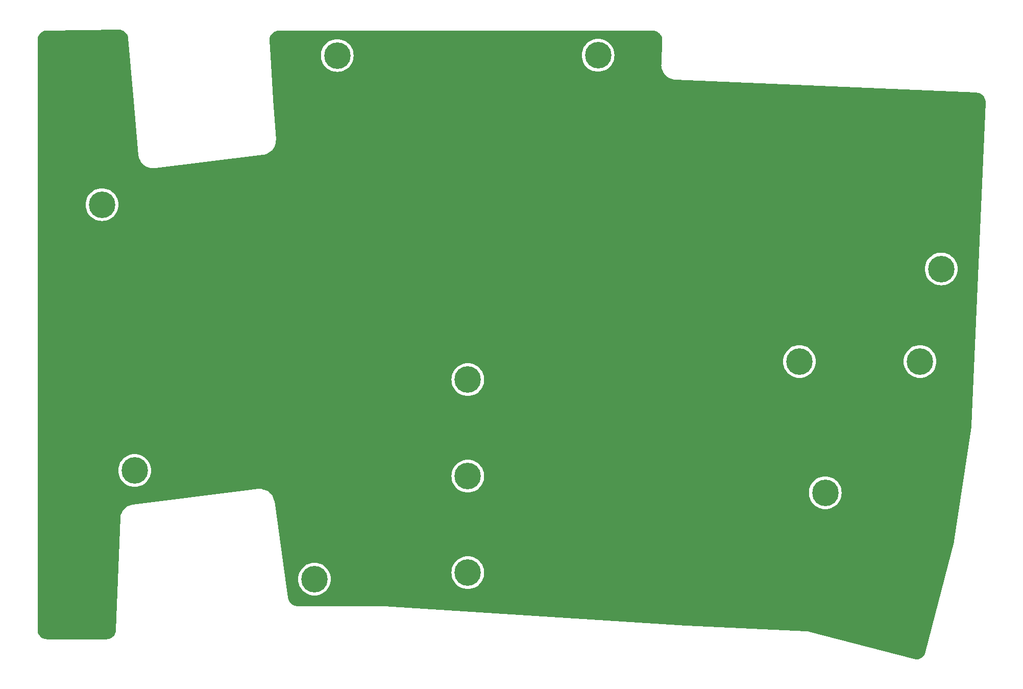
<source format=gtl>
G04 #@! TF.GenerationSoftware,KiCad,Pcbnew,8.0.5-dirty*
G04 #@! TF.CreationDate,2024-10-14T16:09:00+03:00*
G04 #@! TF.ProjectId,Kivipallur_plate,4b697669-7061-46c6-9c75-725f706c6174,1*
G04 #@! TF.SameCoordinates,Original*
G04 #@! TF.FileFunction,Copper,L1,Top*
G04 #@! TF.FilePolarity,Positive*
%FSLAX46Y46*%
G04 Gerber Fmt 4.6, Leading zero omitted, Abs format (unit mm)*
G04 Created by KiCad (PCBNEW 8.0.5-dirty) date 2024-10-14 16:09:00*
%MOMM*%
%LPD*%
G01*
G04 APERTURE LIST*
G04 #@! TA.AperFunction,ComponentPad*
%ADD10C,4.400000*%
G04 #@! TD*
G04 APERTURE END LIST*
D10*
X239079709Y-132812965D03*
X162418790Y-82090802D03*
X205686526Y-82058936D03*
X128817521Y-150882088D03*
X184079709Y-135812965D03*
X123406522Y-106813039D03*
X184079709Y-167812965D03*
X262595864Y-117474995D03*
X184079709Y-151812965D03*
X158633477Y-168882610D03*
X259079709Y-132812965D03*
X243359441Y-154571221D03*
G04 #@! TA.AperFunction,NonConductor*
G36*
X126204477Y-77800176D02*
G01*
X126421547Y-77813863D01*
X126439864Y-77816402D01*
X126647917Y-77861277D01*
X126665657Y-77866515D01*
X126864716Y-77941876D01*
X126881486Y-77949703D01*
X127067087Y-78053856D01*
X127082509Y-78064096D01*
X127250532Y-78194729D01*
X127264260Y-78207153D01*
X127410948Y-78361339D01*
X127422675Y-78375671D01*
X127544769Y-78549987D01*
X127554230Y-78565905D01*
X127649008Y-78756465D01*
X127655993Y-78773614D01*
X127721335Y-78976157D01*
X127725688Y-78994155D01*
X127760786Y-79208109D01*
X127761944Y-79217302D01*
X128681516Y-89657662D01*
X129385790Y-97653651D01*
X129462959Y-98529783D01*
X129468771Y-98595764D01*
X129468906Y-98596641D01*
X129475312Y-98669196D01*
X129475313Y-98669201D01*
X129531878Y-98944697D01*
X129531880Y-98944703D01*
X129619593Y-99211929D01*
X129737300Y-99467367D01*
X129737302Y-99467371D01*
X129737303Y-99467372D01*
X129879702Y-99701491D01*
X129883456Y-99707662D01*
X130056142Y-99929660D01*
X130253090Y-100130445D01*
X130471715Y-100307382D01*
X130471721Y-100307386D01*
X130471724Y-100307388D01*
X130709139Y-100458144D01*
X130709142Y-100458145D01*
X130709145Y-100458147D01*
X130962264Y-100580760D01*
X131227749Y-100673612D01*
X131502112Y-100735484D01*
X131781752Y-100765563D01*
X132062997Y-100763454D01*
X132135122Y-100754614D01*
X132135369Y-100754601D01*
X132143720Y-100753575D01*
X132143724Y-100753576D01*
X132244254Y-100741232D01*
X132261447Y-100739122D01*
X132261448Y-100739121D01*
X132271967Y-100737830D01*
X132271971Y-100737828D01*
X150090842Y-98549946D01*
X150107207Y-98547937D01*
X150107206Y-98547936D01*
X150183998Y-98538510D01*
X150184113Y-98538461D01*
X150249070Y-98530482D01*
X150526830Y-98462896D01*
X150794850Y-98363476D01*
X151049493Y-98233569D01*
X151287306Y-98074938D01*
X151505063Y-97889734D01*
X151699812Y-97680469D01*
X151868910Y-97449981D01*
X152010065Y-97201397D01*
X152121361Y-96938087D01*
X152132916Y-96898406D01*
X152201289Y-96663628D01*
X152232359Y-96479150D01*
X152248767Y-96381729D01*
X152263148Y-96096225D01*
X152258240Y-96022108D01*
X152258241Y-96022015D01*
X151821289Y-89430918D01*
X151334682Y-82090802D01*
X159705339Y-82090802D01*
X159725122Y-82417866D01*
X159725122Y-82417871D01*
X159725123Y-82417872D01*
X159784187Y-82740173D01*
X159784188Y-82740177D01*
X159784189Y-82740181D01*
X159881662Y-83052986D01*
X159881666Y-83052998D01*
X159881669Y-83053005D01*
X160001806Y-83319940D01*
X160016148Y-83351806D01*
X160185663Y-83632217D01*
X160387745Y-83890156D01*
X160619435Y-84121846D01*
X160790737Y-84256052D01*
X160877374Y-84323928D01*
X161157786Y-84493444D01*
X161456587Y-84627923D01*
X161456600Y-84627927D01*
X161456605Y-84627929D01*
X161665141Y-84692911D01*
X161769419Y-84725405D01*
X162091720Y-84784469D01*
X162418790Y-84804253D01*
X162745860Y-84784469D01*
X163068161Y-84725405D01*
X163380993Y-84627923D01*
X163679794Y-84493444D01*
X163960206Y-84323928D01*
X164218141Y-84121849D01*
X164449837Y-83890153D01*
X164651916Y-83632218D01*
X164821432Y-83351806D01*
X164955911Y-83053005D01*
X165053393Y-82740173D01*
X165112457Y-82417872D01*
X165132241Y-82090802D01*
X165130313Y-82058936D01*
X202973075Y-82058936D01*
X202992858Y-82386000D01*
X202992858Y-82386005D01*
X202992859Y-82386006D01*
X203051923Y-82708307D01*
X203051924Y-82708311D01*
X203051925Y-82708315D01*
X203149398Y-83021120D01*
X203149402Y-83021132D01*
X203149405Y-83021139D01*
X203163747Y-83053005D01*
X203283884Y-83319940D01*
X203453399Y-83600351D01*
X203655481Y-83858290D01*
X203887171Y-84089980D01*
X203887175Y-84089983D01*
X204145110Y-84292062D01*
X204425522Y-84461578D01*
X204724323Y-84596057D01*
X204724336Y-84596061D01*
X204724341Y-84596063D01*
X204826604Y-84627929D01*
X205037155Y-84693539D01*
X205359456Y-84752603D01*
X205686526Y-84772387D01*
X206013596Y-84752603D01*
X206335897Y-84693539D01*
X206648729Y-84596057D01*
X206947530Y-84461578D01*
X207227942Y-84292062D01*
X207485877Y-84089983D01*
X207717573Y-83858287D01*
X207919652Y-83600352D01*
X208089168Y-83319940D01*
X208223647Y-83021139D01*
X208321129Y-82708307D01*
X208380193Y-82386006D01*
X208399977Y-82058936D01*
X208380193Y-81731866D01*
X208321129Y-81409565D01*
X208288635Y-81305287D01*
X208223653Y-81096751D01*
X208223651Y-81096746D01*
X208223647Y-81096733D01*
X208089168Y-80797932D01*
X207919652Y-80517520D01*
X207717570Y-80259581D01*
X207485880Y-80027891D01*
X207227941Y-79825809D01*
X206947530Y-79656294D01*
X206648729Y-79521815D01*
X206648722Y-79521812D01*
X206648710Y-79521808D01*
X206335905Y-79424335D01*
X206335901Y-79424334D01*
X206335897Y-79424333D01*
X206013596Y-79365269D01*
X206013595Y-79365268D01*
X206013590Y-79365268D01*
X205686526Y-79345485D01*
X205359461Y-79365268D01*
X205359456Y-79365269D01*
X205037155Y-79424333D01*
X205037152Y-79424333D01*
X205037146Y-79424335D01*
X204724341Y-79521808D01*
X204724325Y-79521814D01*
X204724323Y-79521815D01*
X204612236Y-79572261D01*
X204425521Y-79656294D01*
X204145110Y-79825809D01*
X203887171Y-80027891D01*
X203655481Y-80259581D01*
X203453399Y-80517520D01*
X203283884Y-80797931D01*
X203149404Y-81096736D01*
X203149398Y-81096751D01*
X203051925Y-81409556D01*
X203051923Y-81409562D01*
X203051923Y-81409565D01*
X203004240Y-81669757D01*
X202992858Y-81731871D01*
X202973075Y-82058936D01*
X165130313Y-82058936D01*
X165112457Y-81763732D01*
X165053393Y-81441431D01*
X164955911Y-81128599D01*
X164821432Y-80829798D01*
X164651916Y-80549386D01*
X164449837Y-80291451D01*
X164449834Y-80291447D01*
X164218144Y-80059757D01*
X163960205Y-79857675D01*
X163679794Y-79688160D01*
X163608990Y-79656294D01*
X163380993Y-79553681D01*
X163380986Y-79553678D01*
X163380974Y-79553674D01*
X163068169Y-79456201D01*
X163068165Y-79456200D01*
X163068161Y-79456199D01*
X162745860Y-79397135D01*
X162745859Y-79397134D01*
X162745854Y-79397134D01*
X162418790Y-79377351D01*
X162091725Y-79397134D01*
X162091720Y-79397135D01*
X161769419Y-79456199D01*
X161769416Y-79456199D01*
X161769410Y-79456201D01*
X161456605Y-79553674D01*
X161456589Y-79553680D01*
X161456587Y-79553681D01*
X161415304Y-79572261D01*
X161157785Y-79688160D01*
X160877374Y-79857675D01*
X160619435Y-80059757D01*
X160387745Y-80291447D01*
X160185663Y-80549386D01*
X160016148Y-80829797D01*
X160016148Y-80829798D01*
X159896010Y-81096736D01*
X159881668Y-81128602D01*
X159881662Y-81128617D01*
X159784189Y-81441422D01*
X159725122Y-81763737D01*
X159705339Y-82090802D01*
X151334682Y-82090802D01*
X151170886Y-79620061D01*
X151170619Y-79610887D01*
X151172402Y-79394328D01*
X151173921Y-79375981D01*
X151207062Y-79166685D01*
X151211291Y-79148743D01*
X151215861Y-79134270D01*
X151275099Y-78946670D01*
X151281931Y-78929579D01*
X151375000Y-78739190D01*
X151384293Y-78723297D01*
X151504554Y-78548821D01*
X151516106Y-78534473D01*
X151660919Y-78379744D01*
X151674459Y-78367280D01*
X151768052Y-78293180D01*
X151840595Y-78235747D01*
X151855859Y-78225410D01*
X152039655Y-78119965D01*
X152056271Y-78112009D01*
X152253690Y-78034973D01*
X152271293Y-78029574D01*
X152477946Y-77982661D01*
X152496155Y-77979930D01*
X152701287Y-77964638D01*
X152712426Y-77963808D01*
X152721644Y-77963465D01*
X214735278Y-77963465D01*
X214790045Y-77963465D01*
X214799123Y-77963797D01*
X215011834Y-77979414D01*
X215029798Y-77982065D01*
X215233512Y-78027593D01*
X215250890Y-78032840D01*
X215445768Y-78107634D01*
X215462200Y-78115365D01*
X215644048Y-78217812D01*
X215659175Y-78227860D01*
X215824119Y-78355776D01*
X215837616Y-78367926D01*
X215845045Y-78375671D01*
X215982106Y-78518563D01*
X215993679Y-78532548D01*
X216114622Y-78702680D01*
X216124023Y-78718197D01*
X216218824Y-78904180D01*
X216225858Y-78920906D01*
X216268649Y-79047979D01*
X216292473Y-79118726D01*
X216296993Y-79136316D01*
X216333998Y-79341740D01*
X216335900Y-79359801D01*
X216342624Y-79572261D01*
X216342578Y-79581349D01*
X216175447Y-83589784D01*
X216175453Y-83590050D01*
X216172084Y-83670687D01*
X216172084Y-83670703D01*
X216195448Y-83965854D01*
X216254177Y-84256052D01*
X216254180Y-84256063D01*
X216347413Y-84537068D01*
X216347415Y-84537072D01*
X216347417Y-84537077D01*
X216458494Y-84772387D01*
X216473810Y-84804833D01*
X216631513Y-85055416D01*
X216631516Y-85055420D01*
X216631517Y-85055421D01*
X216818246Y-85285202D01*
X217031280Y-85490831D01*
X217267520Y-85669319D01*
X217267527Y-85669323D01*
X217267530Y-85669325D01*
X217523524Y-85818064D01*
X217523527Y-85818065D01*
X217523530Y-85818067D01*
X217795585Y-85934913D01*
X218079718Y-86018154D01*
X218079721Y-86018154D01*
X218079729Y-86018157D01*
X218371827Y-86066587D01*
X218505429Y-86072408D01*
X218505437Y-86072411D01*
X218505438Y-86072409D01*
X268405585Y-88251095D01*
X268405605Y-88251098D01*
X268416808Y-88251587D01*
X268416810Y-88251588D01*
X268471651Y-88253982D01*
X268480439Y-88254680D01*
X268681167Y-88277869D01*
X268686872Y-88278529D01*
X268704257Y-88281808D01*
X268849267Y-88320045D01*
X268900887Y-88333656D01*
X268917624Y-88339374D01*
X269104876Y-88418680D01*
X269120620Y-88426717D01*
X269294683Y-88531867D01*
X269309132Y-88542070D01*
X269466448Y-88670913D01*
X269479301Y-88683071D01*
X269616681Y-88832993D01*
X269627673Y-88846857D01*
X269742318Y-89014804D01*
X269751224Y-89030090D01*
X269840799Y-89212639D01*
X269847440Y-89229038D01*
X269910123Y-89422476D01*
X269914363Y-89439653D01*
X269948881Y-89640056D01*
X269950632Y-89657662D01*
X269956387Y-89864909D01*
X269956317Y-89873760D01*
X267617176Y-143448906D01*
X267617175Y-143448920D01*
X267614472Y-143510859D01*
X267614356Y-143513060D01*
X267611182Y-143564701D01*
X267610834Y-143569097D01*
X267605927Y-143619553D01*
X267605422Y-143623932D01*
X267598610Y-143675043D01*
X267598299Y-143677226D01*
X264745941Y-162513610D01*
X264745938Y-162513626D01*
X264736429Y-162576419D01*
X264736094Y-162578514D01*
X264727768Y-162627785D01*
X264726988Y-162631961D01*
X264717210Y-162679789D01*
X264716287Y-162683940D01*
X264704636Y-162732397D01*
X264704122Y-162734456D01*
X259989605Y-180964139D01*
X259989602Y-180964158D01*
X259975333Y-181019331D01*
X259972808Y-181027828D01*
X259906431Y-181225097D01*
X259899594Y-181241447D01*
X259807779Y-181423267D01*
X259798680Y-181438475D01*
X259681891Y-181605340D01*
X259670718Y-181619095D01*
X259531335Y-181767607D01*
X259518315Y-181779629D01*
X259359178Y-181906761D01*
X259344577Y-181916805D01*
X259168952Y-182019947D01*
X259153069Y-182027807D01*
X258964524Y-182104865D01*
X258947682Y-182110380D01*
X258750084Y-182159771D01*
X258732628Y-182162829D01*
X258530004Y-182183549D01*
X258512291Y-182184087D01*
X258308789Y-182175711D01*
X258291179Y-182173719D01*
X258086443Y-182135579D01*
X258077792Y-182133645D01*
X258017154Y-182117794D01*
X258017143Y-182117792D01*
X240692045Y-177588974D01*
X240692044Y-177588973D01*
X240656151Y-177579591D01*
X240656151Y-177579590D01*
X240591147Y-177562599D01*
X240591055Y-177562581D01*
X240572326Y-177557686D01*
X240572321Y-177557685D01*
X240572322Y-177557685D01*
X240402001Y-177525810D01*
X240303362Y-177514484D01*
X240229854Y-177506044D01*
X240210471Y-177505196D01*
X240210410Y-177505190D01*
X220396620Y-176640101D01*
X220396183Y-176640081D01*
X220385737Y-176639588D01*
X220384838Y-176639542D01*
X220374834Y-176638997D01*
X220373963Y-176638947D01*
X220363254Y-176638288D01*
X220362834Y-176638261D01*
X220361633Y-176638183D01*
X220361621Y-176638178D01*
X220361600Y-176638181D01*
X220297367Y-176633991D01*
X220297305Y-176633991D01*
X170241097Y-173372027D01*
X170241069Y-173372023D01*
X170222866Y-173370838D01*
X170222865Y-173370838D01*
X170218110Y-173370528D01*
X170173952Y-173367651D01*
X170147432Y-173365923D01*
X170147395Y-173365921D01*
X170147393Y-173365920D01*
X170114592Y-173363783D01*
X170101529Y-173363930D01*
X170094310Y-173363617D01*
X170087139Y-173363461D01*
X170074100Y-173362465D01*
X170073921Y-173362465D01*
X155819804Y-173362465D01*
X155810946Y-173362148D01*
X155603485Y-173347290D01*
X155585956Y-173344767D01*
X155486509Y-173323108D01*
X155387063Y-173301450D01*
X155370073Y-173296455D01*
X155299357Y-173270048D01*
X155179378Y-173225244D01*
X155163271Y-173217878D01*
X154984672Y-173120228D01*
X154969780Y-173110644D01*
X154806920Y-172988552D01*
X154793543Y-172976944D01*
X154649723Y-172832880D01*
X154638138Y-172819484D01*
X154516322Y-172656417D01*
X154506762Y-172641507D01*
X154409414Y-172462738D01*
X154402077Y-172446620D01*
X154331187Y-172255799D01*
X154326227Y-172238821D01*
X154282108Y-172034578D01*
X154280550Y-172025868D01*
X154270997Y-171958700D01*
X154270993Y-171958687D01*
X153833456Y-168882610D01*
X155920026Y-168882610D01*
X155939809Y-169209674D01*
X155939809Y-169209679D01*
X155939810Y-169209680D01*
X155998874Y-169531981D01*
X155998875Y-169531985D01*
X155998876Y-169531989D01*
X156096349Y-169844794D01*
X156096353Y-169844806D01*
X156096356Y-169844813D01*
X156186944Y-170046091D01*
X156230835Y-170143614D01*
X156400350Y-170424025D01*
X156602432Y-170681964D01*
X156834122Y-170913654D01*
X156834126Y-170913657D01*
X157092061Y-171115736D01*
X157372473Y-171285252D01*
X157671274Y-171419731D01*
X157671287Y-171419735D01*
X157671292Y-171419737D01*
X157879828Y-171484719D01*
X157984106Y-171517213D01*
X158306407Y-171576277D01*
X158633477Y-171596061D01*
X158960547Y-171576277D01*
X159282848Y-171517213D01*
X159595680Y-171419731D01*
X159894481Y-171285252D01*
X160174893Y-171115736D01*
X160432828Y-170913657D01*
X160664524Y-170681961D01*
X160866603Y-170424026D01*
X161036119Y-170143614D01*
X161170598Y-169844813D01*
X161268080Y-169531981D01*
X161327144Y-169209680D01*
X161346928Y-168882610D01*
X161327144Y-168555540D01*
X161268080Y-168233239D01*
X161170598Y-167920407D01*
X161122242Y-167812965D01*
X181366258Y-167812965D01*
X181386041Y-168140029D01*
X181386041Y-168140034D01*
X181386042Y-168140035D01*
X181445106Y-168462336D01*
X181445107Y-168462340D01*
X181445108Y-168462344D01*
X181542581Y-168775149D01*
X181542585Y-168775161D01*
X181542588Y-168775168D01*
X181590944Y-168882610D01*
X181677067Y-169073969D01*
X181846582Y-169354380D01*
X182048664Y-169612319D01*
X182280354Y-169844009D01*
X182280358Y-169844012D01*
X182538293Y-170046091D01*
X182818705Y-170215607D01*
X183117506Y-170350086D01*
X183117519Y-170350090D01*
X183117524Y-170350092D01*
X183326060Y-170415074D01*
X183430338Y-170447568D01*
X183752639Y-170506632D01*
X184079709Y-170526416D01*
X184406779Y-170506632D01*
X184729080Y-170447568D01*
X185041912Y-170350086D01*
X185340713Y-170215607D01*
X185621125Y-170046091D01*
X185879060Y-169844012D01*
X186110756Y-169612316D01*
X186312835Y-169354381D01*
X186482351Y-169073969D01*
X186616830Y-168775168D01*
X186714312Y-168462336D01*
X186773376Y-168140035D01*
X186793160Y-167812965D01*
X186773376Y-167485895D01*
X186714312Y-167163594D01*
X186681818Y-167059316D01*
X186616836Y-166850780D01*
X186616834Y-166850775D01*
X186616830Y-166850762D01*
X186482351Y-166551961D01*
X186312835Y-166271549D01*
X186110756Y-166013614D01*
X186110753Y-166013610D01*
X185879063Y-165781920D01*
X185621124Y-165579838D01*
X185340713Y-165410323D01*
X185041912Y-165275844D01*
X185041905Y-165275841D01*
X185041893Y-165275837D01*
X184729088Y-165178364D01*
X184729084Y-165178363D01*
X184729080Y-165178362D01*
X184406779Y-165119298D01*
X184406778Y-165119297D01*
X184406773Y-165119297D01*
X184079709Y-165099514D01*
X183752644Y-165119297D01*
X183752639Y-165119298D01*
X183430338Y-165178362D01*
X183430335Y-165178362D01*
X183430329Y-165178364D01*
X183117524Y-165275837D01*
X183117508Y-165275843D01*
X183117506Y-165275844D01*
X182986752Y-165334691D01*
X182818704Y-165410323D01*
X182538293Y-165579838D01*
X182280354Y-165781920D01*
X182048664Y-166013610D01*
X181846582Y-166271549D01*
X181677067Y-166551960D01*
X181542587Y-166850765D01*
X181542581Y-166850780D01*
X181445108Y-167163585D01*
X181386041Y-167485900D01*
X181366258Y-167812965D01*
X161122242Y-167812965D01*
X161036119Y-167621606D01*
X160866603Y-167341194D01*
X160664524Y-167083259D01*
X160664521Y-167083255D01*
X160432831Y-166851565D01*
X160174892Y-166649483D01*
X159894481Y-166479968D01*
X159595680Y-166345489D01*
X159595673Y-166345486D01*
X159595661Y-166345482D01*
X159282856Y-166248009D01*
X159282852Y-166248008D01*
X159282848Y-166248007D01*
X158960547Y-166188943D01*
X158960546Y-166188942D01*
X158960541Y-166188942D01*
X158633477Y-166169159D01*
X158306412Y-166188942D01*
X158306407Y-166188943D01*
X157984106Y-166248007D01*
X157984103Y-166248007D01*
X157984097Y-166248009D01*
X157671292Y-166345482D01*
X157671276Y-166345488D01*
X157671274Y-166345489D01*
X157540520Y-166404336D01*
X157372472Y-166479968D01*
X157092061Y-166649483D01*
X156834122Y-166851565D01*
X156602432Y-167083255D01*
X156400350Y-167341194D01*
X156230835Y-167621605D01*
X156096355Y-167920410D01*
X156096349Y-167920425D01*
X155998876Y-168233230D01*
X155939809Y-168555545D01*
X155920026Y-168882610D01*
X153833456Y-168882610D01*
X151999466Y-155988841D01*
X151999465Y-155988840D01*
X151998442Y-155981642D01*
X151998114Y-155980077D01*
X151987069Y-155902633D01*
X151911611Y-155619695D01*
X151802998Y-155347755D01*
X151662776Y-155090683D01*
X151492940Y-154852137D01*
X151492937Y-154852134D01*
X151492936Y-154852132D01*
X151492934Y-154852130D01*
X151295912Y-154635516D01*
X151295904Y-154635508D01*
X151221618Y-154571221D01*
X240645990Y-154571221D01*
X240665773Y-154898285D01*
X240665773Y-154898290D01*
X240665774Y-154898291D01*
X240724838Y-155220592D01*
X240724839Y-155220596D01*
X240724840Y-155220600D01*
X240822313Y-155533405D01*
X240822317Y-155533417D01*
X240822320Y-155533424D01*
X240922492Y-155755998D01*
X240956799Y-155832225D01*
X241126314Y-156112636D01*
X241328396Y-156370575D01*
X241560086Y-156602265D01*
X241560090Y-156602268D01*
X241818025Y-156804347D01*
X242098437Y-156973863D01*
X242397238Y-157108342D01*
X242397251Y-157108346D01*
X242397256Y-157108348D01*
X242582802Y-157166166D01*
X242710070Y-157205824D01*
X243032371Y-157264888D01*
X243359441Y-157284672D01*
X243686511Y-157264888D01*
X244008812Y-157205824D01*
X244321644Y-157108342D01*
X244620445Y-156973863D01*
X244900857Y-156804347D01*
X245158792Y-156602268D01*
X245390488Y-156370572D01*
X245592567Y-156112637D01*
X245762083Y-155832225D01*
X245896562Y-155533424D01*
X245994044Y-155220592D01*
X246053108Y-154898291D01*
X246072892Y-154571221D01*
X246053108Y-154244151D01*
X245994044Y-153921850D01*
X245896562Y-153609018D01*
X245762083Y-153310217D01*
X245592567Y-153029805D01*
X245390488Y-152771870D01*
X245390485Y-152771866D01*
X245158795Y-152540176D01*
X244900856Y-152338094D01*
X244620445Y-152168579D01*
X244563815Y-152143092D01*
X244321644Y-152034100D01*
X244321637Y-152034097D01*
X244321625Y-152034093D01*
X244008820Y-151936620D01*
X244008816Y-151936619D01*
X244008812Y-151936618D01*
X243686511Y-151877554D01*
X243686510Y-151877553D01*
X243686505Y-151877553D01*
X243359441Y-151857770D01*
X243032376Y-151877553D01*
X243032371Y-151877554D01*
X242710070Y-151936618D01*
X242710067Y-151936618D01*
X242710061Y-151936620D01*
X242397256Y-152034093D01*
X242397240Y-152034099D01*
X242397238Y-152034100D01*
X242266484Y-152092947D01*
X242098436Y-152168579D01*
X241818025Y-152338094D01*
X241560086Y-152540176D01*
X241328396Y-152771866D01*
X241126314Y-153029805D01*
X240956799Y-153310216D01*
X240956799Y-153310217D01*
X240828387Y-153595539D01*
X240822319Y-153609021D01*
X240822313Y-153609036D01*
X240724840Y-153921841D01*
X240665773Y-154244156D01*
X240645990Y-154571221D01*
X151221618Y-154571221D01*
X151074484Y-154443892D01*
X151074482Y-154443890D01*
X150831817Y-154280001D01*
X150831811Y-154279997D01*
X150571374Y-154146178D01*
X150571366Y-154146175D01*
X150571357Y-154146170D01*
X150296817Y-154044308D01*
X150296811Y-154044306D01*
X150296807Y-154044305D01*
X150012103Y-153975862D01*
X149810051Y-153952203D01*
X149721260Y-153941806D01*
X149721259Y-153941806D01*
X149428427Y-153942625D01*
X149428423Y-153942625D01*
X149350147Y-153952203D01*
X149349701Y-153952229D01*
X149341963Y-153953179D01*
X146680228Y-154279999D01*
X128533360Y-156508154D01*
X128532788Y-156508262D01*
X128456916Y-156517616D01*
X128456908Y-156517617D01*
X128456907Y-156517618D01*
X128177167Y-156585938D01*
X128177163Y-156585939D01*
X127907352Y-156686549D01*
X127651169Y-156818072D01*
X127412182Y-156978671D01*
X127412154Y-156978692D01*
X127193628Y-157166166D01*
X127193607Y-157166186D01*
X126998528Y-157377977D01*
X126829576Y-157611182D01*
X126829573Y-157611186D01*
X126689115Y-157862537D01*
X126689100Y-157862568D01*
X126579044Y-158128637D01*
X126579040Y-158128649D01*
X126500893Y-158405809D01*
X126455746Y-158690200D01*
X126452648Y-158766525D01*
X126452591Y-158767061D01*
X125709047Y-177312608D01*
X125709044Y-177312654D01*
X125706715Y-177370739D01*
X125706071Y-177379325D01*
X125692255Y-177504847D01*
X125683915Y-177580617D01*
X125680841Y-177597583D01*
X125632047Y-177789643D01*
X125626650Y-177806018D01*
X125551684Y-177989460D01*
X125544068Y-178004929D01*
X125444379Y-178176204D01*
X125434694Y-178190460D01*
X125312211Y-178346252D01*
X125300643Y-178359027D01*
X125157739Y-178496317D01*
X125144505Y-178507369D01*
X124983939Y-178623510D01*
X124969301Y-178632619D01*
X124794177Y-178725366D01*
X124778416Y-178732357D01*
X124592119Y-178799916D01*
X124575540Y-178804653D01*
X124381670Y-178845718D01*
X124364595Y-178848109D01*
X124184016Y-178860693D01*
X124163127Y-178862149D01*
X124162897Y-178862165D01*
X124154277Y-178862465D01*
X114284135Y-178862465D01*
X114275289Y-178862149D01*
X114068036Y-178847326D01*
X114050524Y-178844808D01*
X113851836Y-178801587D01*
X113834860Y-178796603D01*
X113644333Y-178725540D01*
X113628240Y-178718190D01*
X113449777Y-178620741D01*
X113434893Y-178611176D01*
X113272110Y-178489317D01*
X113258739Y-178477731D01*
X113114956Y-178333946D01*
X113103370Y-178320575D01*
X112981511Y-178157788D01*
X112971949Y-178142909D01*
X112874495Y-177964430D01*
X112867153Y-177948352D01*
X112796089Y-177757818D01*
X112791110Y-177740860D01*
X112747886Y-177542147D01*
X112745370Y-177524638D01*
X112730524Y-177317025D01*
X112730209Y-177308186D01*
X112730210Y-177253663D01*
X112730209Y-177253659D01*
X112730209Y-150882088D01*
X126104070Y-150882088D01*
X126123853Y-151209152D01*
X126123853Y-151209157D01*
X126123854Y-151209158D01*
X126182918Y-151531459D01*
X126182919Y-151531463D01*
X126182920Y-151531467D01*
X126280393Y-151844272D01*
X126280397Y-151844284D01*
X126280400Y-151844291D01*
X126365826Y-152034100D01*
X126414879Y-152143092D01*
X126584394Y-152423503D01*
X126786476Y-152681442D01*
X127018166Y-152913132D01*
X127018170Y-152913135D01*
X127276105Y-153115214D01*
X127556517Y-153284730D01*
X127855318Y-153419209D01*
X127855331Y-153419213D01*
X127855336Y-153419215D01*
X128063872Y-153484197D01*
X128168150Y-153516691D01*
X128490451Y-153575755D01*
X128817521Y-153595539D01*
X129144591Y-153575755D01*
X129466892Y-153516691D01*
X129779724Y-153419209D01*
X130078525Y-153284730D01*
X130358937Y-153115214D01*
X130616872Y-152913135D01*
X130848568Y-152681439D01*
X131050647Y-152423504D01*
X131220163Y-152143092D01*
X131354642Y-151844291D01*
X131364404Y-151812965D01*
X181366258Y-151812965D01*
X181386041Y-152140029D01*
X181386041Y-152140034D01*
X181386042Y-152140035D01*
X181445106Y-152462336D01*
X181445107Y-152462340D01*
X181445108Y-152462344D01*
X181542581Y-152775149D01*
X181542585Y-152775161D01*
X181542588Y-152775168D01*
X181677067Y-153073969D01*
X181846582Y-153354380D01*
X182048664Y-153612319D01*
X182280354Y-153844009D01*
X182280358Y-153844012D01*
X182538293Y-154046091D01*
X182818705Y-154215607D01*
X183117506Y-154350086D01*
X183117519Y-154350090D01*
X183117524Y-154350092D01*
X183326060Y-154415074D01*
X183430338Y-154447568D01*
X183752639Y-154506632D01*
X184079709Y-154526416D01*
X184406779Y-154506632D01*
X184729080Y-154447568D01*
X185041912Y-154350086D01*
X185340713Y-154215607D01*
X185621125Y-154046091D01*
X185879060Y-153844012D01*
X186110756Y-153612316D01*
X186312835Y-153354381D01*
X186482351Y-153073969D01*
X186616830Y-152775168D01*
X186714312Y-152462336D01*
X186773376Y-152140035D01*
X186793160Y-151812965D01*
X186773376Y-151485895D01*
X186714312Y-151163594D01*
X186616830Y-150850762D01*
X186482351Y-150551961D01*
X186312835Y-150271549D01*
X186110756Y-150013614D01*
X186110753Y-150013610D01*
X185879063Y-149781920D01*
X185621124Y-149579838D01*
X185340713Y-149410323D01*
X185041912Y-149275844D01*
X185041905Y-149275841D01*
X185041893Y-149275837D01*
X184729088Y-149178364D01*
X184729084Y-149178363D01*
X184729080Y-149178362D01*
X184406779Y-149119298D01*
X184406778Y-149119297D01*
X184406773Y-149119297D01*
X184079709Y-149099514D01*
X183752644Y-149119297D01*
X183752639Y-149119298D01*
X183430338Y-149178362D01*
X183430335Y-149178362D01*
X183430329Y-149178364D01*
X183117524Y-149275837D01*
X183117508Y-149275843D01*
X183117506Y-149275844D01*
X182986752Y-149334691D01*
X182818704Y-149410323D01*
X182538293Y-149579838D01*
X182280354Y-149781920D01*
X182048664Y-150013610D01*
X181846582Y-150271549D01*
X181677067Y-150551960D01*
X181542587Y-150850765D01*
X181542581Y-150850780D01*
X181445108Y-151163585D01*
X181386041Y-151485900D01*
X181366258Y-151812965D01*
X131364404Y-151812965D01*
X131452124Y-151531459D01*
X131511188Y-151209158D01*
X131530972Y-150882088D01*
X131511188Y-150555018D01*
X131452124Y-150232717D01*
X131354642Y-149919885D01*
X131220163Y-149621084D01*
X131050647Y-149340672D01*
X130848568Y-149082737D01*
X130848565Y-149082733D01*
X130616875Y-148851043D01*
X130358936Y-148648961D01*
X130078525Y-148479446D01*
X129779724Y-148344967D01*
X129779717Y-148344964D01*
X129779705Y-148344960D01*
X129466900Y-148247487D01*
X129466896Y-148247486D01*
X129466892Y-148247485D01*
X129144591Y-148188421D01*
X129144590Y-148188420D01*
X129144585Y-148188420D01*
X128817521Y-148168637D01*
X128490456Y-148188420D01*
X128490451Y-148188421D01*
X128168150Y-148247485D01*
X128168147Y-148247485D01*
X128168141Y-148247487D01*
X127855336Y-148344960D01*
X127855320Y-148344966D01*
X127855318Y-148344967D01*
X127724564Y-148403814D01*
X127556516Y-148479446D01*
X127276105Y-148648961D01*
X127018166Y-148851043D01*
X126786476Y-149082733D01*
X126584394Y-149340672D01*
X126414879Y-149621083D01*
X126280399Y-149919888D01*
X126280393Y-149919903D01*
X126182920Y-150232708D01*
X126123853Y-150555023D01*
X126104070Y-150882088D01*
X112730209Y-150882088D01*
X112730209Y-135812965D01*
X181366258Y-135812965D01*
X181386041Y-136140029D01*
X181386041Y-136140034D01*
X181386042Y-136140035D01*
X181445106Y-136462336D01*
X181445107Y-136462340D01*
X181445108Y-136462344D01*
X181542581Y-136775149D01*
X181542585Y-136775161D01*
X181542588Y-136775168D01*
X181677067Y-137073969D01*
X181846582Y-137354380D01*
X182048664Y-137612319D01*
X182280354Y-137844009D01*
X182280358Y-137844012D01*
X182538293Y-138046091D01*
X182818705Y-138215607D01*
X183117506Y-138350086D01*
X183117519Y-138350090D01*
X183117524Y-138350092D01*
X183326060Y-138415074D01*
X183430338Y-138447568D01*
X183752639Y-138506632D01*
X184079709Y-138526416D01*
X184406779Y-138506632D01*
X184729080Y-138447568D01*
X185041912Y-138350086D01*
X185340713Y-138215607D01*
X185621125Y-138046091D01*
X185879060Y-137844012D01*
X186110756Y-137612316D01*
X186312835Y-137354381D01*
X186482351Y-137073969D01*
X186616830Y-136775168D01*
X186714312Y-136462336D01*
X186773376Y-136140035D01*
X186793160Y-135812965D01*
X186773376Y-135485895D01*
X186714312Y-135163594D01*
X186616830Y-134850762D01*
X186482351Y-134551961D01*
X186312835Y-134271549D01*
X186110756Y-134013614D01*
X186110753Y-134013610D01*
X185879063Y-133781920D01*
X185621124Y-133579838D01*
X185340713Y-133410323D01*
X185041912Y-133275844D01*
X185041905Y-133275841D01*
X185041893Y-133275837D01*
X184729088Y-133178364D01*
X184729084Y-133178363D01*
X184729080Y-133178362D01*
X184406779Y-133119298D01*
X184406778Y-133119297D01*
X184406773Y-133119297D01*
X184079709Y-133099514D01*
X183752644Y-133119297D01*
X183752639Y-133119298D01*
X183430338Y-133178362D01*
X183430335Y-133178362D01*
X183430329Y-133178364D01*
X183117524Y-133275837D01*
X183117508Y-133275843D01*
X183117506Y-133275844D01*
X182986752Y-133334691D01*
X182818704Y-133410323D01*
X182538293Y-133579838D01*
X182280354Y-133781920D01*
X182048664Y-134013610D01*
X181846582Y-134271549D01*
X181677067Y-134551960D01*
X181649902Y-134612319D01*
X181545628Y-134844009D01*
X181542587Y-134850765D01*
X181542581Y-134850780D01*
X181445108Y-135163585D01*
X181445106Y-135163591D01*
X181445106Y-135163594D01*
X181410930Y-135350086D01*
X181386041Y-135485900D01*
X181366258Y-135812965D01*
X112730209Y-135812965D01*
X112730209Y-132812965D01*
X236366258Y-132812965D01*
X236386041Y-133140029D01*
X236386041Y-133140034D01*
X236386042Y-133140035D01*
X236445106Y-133462336D01*
X236445107Y-133462340D01*
X236445108Y-133462344D01*
X236542581Y-133775149D01*
X236542585Y-133775161D01*
X236542588Y-133775168D01*
X236649902Y-134013610D01*
X236677067Y-134073969D01*
X236846582Y-134354380D01*
X237048664Y-134612319D01*
X237280354Y-134844009D01*
X237288997Y-134850780D01*
X237538293Y-135046091D01*
X237818705Y-135215607D01*
X238117506Y-135350086D01*
X238117519Y-135350090D01*
X238117524Y-135350092D01*
X238326060Y-135415074D01*
X238430338Y-135447568D01*
X238752639Y-135506632D01*
X239079709Y-135526416D01*
X239406779Y-135506632D01*
X239729080Y-135447568D01*
X240041912Y-135350086D01*
X240340713Y-135215607D01*
X240621125Y-135046091D01*
X240879060Y-134844012D01*
X241110756Y-134612316D01*
X241312835Y-134354381D01*
X241482351Y-134073969D01*
X241616830Y-133775168D01*
X241714312Y-133462336D01*
X241773376Y-133140035D01*
X241793160Y-132812965D01*
X256366258Y-132812965D01*
X256386041Y-133140029D01*
X256386041Y-133140034D01*
X256386042Y-133140035D01*
X256445106Y-133462336D01*
X256445107Y-133462340D01*
X256445108Y-133462344D01*
X256542581Y-133775149D01*
X256542585Y-133775161D01*
X256542588Y-133775168D01*
X256649902Y-134013610D01*
X256677067Y-134073969D01*
X256846582Y-134354380D01*
X257048664Y-134612319D01*
X257280354Y-134844009D01*
X257288997Y-134850780D01*
X257538293Y-135046091D01*
X257818705Y-135215607D01*
X258117506Y-135350086D01*
X258117519Y-135350090D01*
X258117524Y-135350092D01*
X258326060Y-135415074D01*
X258430338Y-135447568D01*
X258752639Y-135506632D01*
X259079709Y-135526416D01*
X259406779Y-135506632D01*
X259729080Y-135447568D01*
X260041912Y-135350086D01*
X260340713Y-135215607D01*
X260621125Y-135046091D01*
X260879060Y-134844012D01*
X261110756Y-134612316D01*
X261312835Y-134354381D01*
X261482351Y-134073969D01*
X261616830Y-133775168D01*
X261714312Y-133462336D01*
X261773376Y-133140035D01*
X261793160Y-132812965D01*
X261773376Y-132485895D01*
X261714312Y-132163594D01*
X261616830Y-131850762D01*
X261482351Y-131551961D01*
X261312835Y-131271549D01*
X261110756Y-131013614D01*
X261110753Y-131013610D01*
X260879063Y-130781920D01*
X260621124Y-130579838D01*
X260340713Y-130410323D01*
X260041912Y-130275844D01*
X260041905Y-130275841D01*
X260041893Y-130275837D01*
X259729088Y-130178364D01*
X259729084Y-130178363D01*
X259729080Y-130178362D01*
X259406779Y-130119298D01*
X259406778Y-130119297D01*
X259406773Y-130119297D01*
X259079709Y-130099514D01*
X258752644Y-130119297D01*
X258752639Y-130119298D01*
X258430338Y-130178362D01*
X258430335Y-130178362D01*
X258430329Y-130178364D01*
X258117524Y-130275837D01*
X258117508Y-130275843D01*
X258117506Y-130275844D01*
X257986752Y-130334691D01*
X257818704Y-130410323D01*
X257538293Y-130579838D01*
X257280354Y-130781920D01*
X257048664Y-131013610D01*
X256846582Y-131271549D01*
X256677067Y-131551960D01*
X256542587Y-131850765D01*
X256542581Y-131850780D01*
X256445108Y-132163585D01*
X256386041Y-132485900D01*
X256366258Y-132812965D01*
X241793160Y-132812965D01*
X241773376Y-132485895D01*
X241714312Y-132163594D01*
X241616830Y-131850762D01*
X241482351Y-131551961D01*
X241312835Y-131271549D01*
X241110756Y-131013614D01*
X241110753Y-131013610D01*
X240879063Y-130781920D01*
X240621124Y-130579838D01*
X240340713Y-130410323D01*
X240041912Y-130275844D01*
X240041905Y-130275841D01*
X240041893Y-130275837D01*
X239729088Y-130178364D01*
X239729084Y-130178363D01*
X239729080Y-130178362D01*
X239406779Y-130119298D01*
X239406778Y-130119297D01*
X239406773Y-130119297D01*
X239079709Y-130099514D01*
X238752644Y-130119297D01*
X238752639Y-130119298D01*
X238430338Y-130178362D01*
X238430335Y-130178362D01*
X238430329Y-130178364D01*
X238117524Y-130275837D01*
X238117508Y-130275843D01*
X238117506Y-130275844D01*
X237986752Y-130334691D01*
X237818704Y-130410323D01*
X237538293Y-130579838D01*
X237280354Y-130781920D01*
X237048664Y-131013610D01*
X236846582Y-131271549D01*
X236677067Y-131551960D01*
X236542587Y-131850765D01*
X236542581Y-131850780D01*
X236445108Y-132163585D01*
X236386041Y-132485900D01*
X236366258Y-132812965D01*
X112730209Y-132812965D01*
X112730209Y-117474995D01*
X259882413Y-117474995D01*
X259902196Y-117802059D01*
X259902196Y-117802064D01*
X259902197Y-117802065D01*
X259961261Y-118124366D01*
X259961262Y-118124370D01*
X259961263Y-118124374D01*
X260058736Y-118437179D01*
X260058740Y-118437191D01*
X260058743Y-118437198D01*
X260193222Y-118735999D01*
X260362737Y-119016410D01*
X260564819Y-119274349D01*
X260796509Y-119506039D01*
X260796513Y-119506042D01*
X261054448Y-119708121D01*
X261334860Y-119877637D01*
X261633661Y-120012116D01*
X261633674Y-120012120D01*
X261633679Y-120012122D01*
X261842215Y-120077104D01*
X261946493Y-120109598D01*
X262268794Y-120168662D01*
X262595864Y-120188446D01*
X262922934Y-120168662D01*
X263245235Y-120109598D01*
X263558067Y-120012116D01*
X263856868Y-119877637D01*
X264137280Y-119708121D01*
X264395215Y-119506042D01*
X264626911Y-119274346D01*
X264828990Y-119016411D01*
X264998506Y-118735999D01*
X265132985Y-118437198D01*
X265230467Y-118124366D01*
X265289531Y-117802065D01*
X265309315Y-117474995D01*
X265289531Y-117147925D01*
X265230467Y-116825624D01*
X265132985Y-116512792D01*
X264998506Y-116213991D01*
X264828990Y-115933579D01*
X264626911Y-115675644D01*
X264626908Y-115675640D01*
X264395218Y-115443950D01*
X264137279Y-115241868D01*
X263856868Y-115072353D01*
X263558067Y-114937874D01*
X263558060Y-114937871D01*
X263558048Y-114937867D01*
X263245243Y-114840394D01*
X263245239Y-114840393D01*
X263245235Y-114840392D01*
X262922934Y-114781328D01*
X262922933Y-114781327D01*
X262922928Y-114781327D01*
X262595864Y-114761544D01*
X262268799Y-114781327D01*
X262268794Y-114781328D01*
X261946493Y-114840392D01*
X261946490Y-114840392D01*
X261946484Y-114840394D01*
X261633679Y-114937867D01*
X261633663Y-114937873D01*
X261633661Y-114937874D01*
X261502907Y-114996721D01*
X261334859Y-115072353D01*
X261054448Y-115241868D01*
X260796509Y-115443950D01*
X260564819Y-115675640D01*
X260362737Y-115933579D01*
X260193222Y-116213990D01*
X260058742Y-116512795D01*
X260058736Y-116512810D01*
X259961263Y-116825615D01*
X259902196Y-117147930D01*
X259882413Y-117474995D01*
X112730209Y-117474995D01*
X112730209Y-106813039D01*
X120693071Y-106813039D01*
X120712854Y-107140103D01*
X120712854Y-107140108D01*
X120712855Y-107140109D01*
X120771919Y-107462410D01*
X120771920Y-107462414D01*
X120771921Y-107462418D01*
X120869394Y-107775223D01*
X120869398Y-107775235D01*
X120869401Y-107775242D01*
X121003880Y-108074043D01*
X121173395Y-108354454D01*
X121375477Y-108612393D01*
X121607167Y-108844083D01*
X121607171Y-108844086D01*
X121865106Y-109046165D01*
X122145518Y-109215681D01*
X122444319Y-109350160D01*
X122444332Y-109350164D01*
X122444337Y-109350166D01*
X122652873Y-109415148D01*
X122757151Y-109447642D01*
X123079452Y-109506706D01*
X123406522Y-109526490D01*
X123733592Y-109506706D01*
X124055893Y-109447642D01*
X124368725Y-109350160D01*
X124667526Y-109215681D01*
X124947938Y-109046165D01*
X125205873Y-108844086D01*
X125437569Y-108612390D01*
X125639648Y-108354455D01*
X125809164Y-108074043D01*
X125943643Y-107775242D01*
X126041125Y-107462410D01*
X126100189Y-107140109D01*
X126119973Y-106813039D01*
X126100189Y-106485969D01*
X126041125Y-106163668D01*
X125943643Y-105850836D01*
X125809164Y-105552035D01*
X125639648Y-105271623D01*
X125437569Y-105013688D01*
X125437566Y-105013684D01*
X125205876Y-104781994D01*
X124947937Y-104579912D01*
X124667526Y-104410397D01*
X124368725Y-104275918D01*
X124368718Y-104275915D01*
X124368706Y-104275911D01*
X124055901Y-104178438D01*
X124055897Y-104178437D01*
X124055893Y-104178436D01*
X123733592Y-104119372D01*
X123733591Y-104119371D01*
X123733586Y-104119371D01*
X123406522Y-104099588D01*
X123079457Y-104119371D01*
X123079452Y-104119372D01*
X122757151Y-104178436D01*
X122757148Y-104178436D01*
X122757142Y-104178438D01*
X122444337Y-104275911D01*
X122444321Y-104275917D01*
X122444319Y-104275918D01*
X122313565Y-104334765D01*
X122145517Y-104410397D01*
X121865106Y-104579912D01*
X121607167Y-104781994D01*
X121375477Y-105013684D01*
X121173395Y-105271623D01*
X121003880Y-105552034D01*
X120869400Y-105850839D01*
X120869394Y-105850854D01*
X120771921Y-106163659D01*
X120712854Y-106485974D01*
X120693071Y-106813039D01*
X112730209Y-106813039D01*
X112730209Y-79493994D01*
X112730520Y-79485214D01*
X112731324Y-79473890D01*
X112745124Y-79279482D01*
X112747600Y-79262130D01*
X112790190Y-79064827D01*
X112795097Y-79047985D01*
X112865126Y-78858687D01*
X112872361Y-78842707D01*
X112968434Y-78665189D01*
X112977856Y-78650389D01*
X113098035Y-78488231D01*
X113109452Y-78474912D01*
X113251338Y-78331349D01*
X113264528Y-78319773D01*
X113425251Y-78197708D01*
X113439944Y-78188108D01*
X113616319Y-78089958D01*
X113632210Y-78082536D01*
X113820670Y-78010289D01*
X113837468Y-78005182D01*
X114034239Y-77960281D01*
X114051588Y-77957596D01*
X114257299Y-77940563D01*
X114266057Y-77940150D01*
X114304267Y-77939701D01*
X114371728Y-77938909D01*
X114371734Y-77938907D01*
X126162326Y-77800327D01*
X126195241Y-77799940D01*
X126204477Y-77800176D01*
G37*
G04 #@! TD.AperFunction*
M02*

</source>
